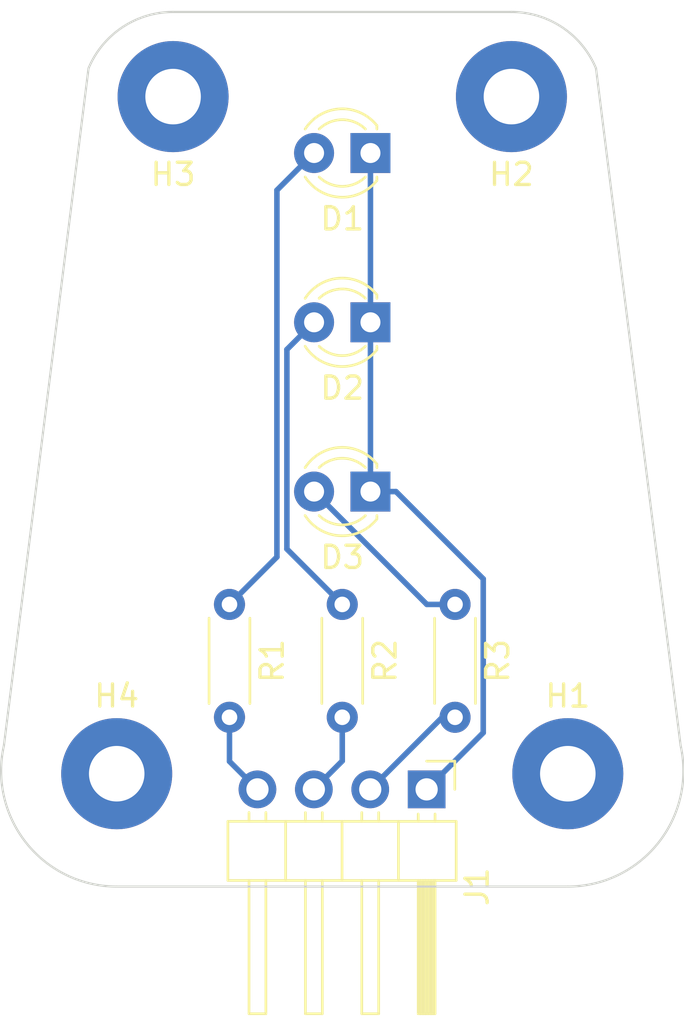
<source format=kicad_pcb>
(kicad_pcb (version 20211014) (generator pcbnew)
  (layers (0 "F.Cu" signal) (31 "B.Cu" signal) (34 "B.Paste" user) (35 "F.Paste" user) (36 "B.SilkS" user "B.Silkscreen") (37 "F.SilkS" user "F.Silkscreen") (38 "B.Mask" user) (39 "F.Mask" user) (44 "Edge.Cuts" user))
  (net 0 "")
  (net 1 "GND")
  (net 2 "Net-(D1-Pad2)")
  (net 3 "Net-(D2-Pad2)")
  (net 4 "Net-(D3-Pad2)")
  (net 5 "Net-(R3-Pad2)")
  (net 6 "Net-(R2-Pad2)")
  (net 7 "Net-(R1-Pad2)")
  (footprint "MountingHole:MountingHole_2.5mm_Pad" (layer "F.Cu") (at 137.16 119.38)
    (fp_text reference "H4" (at 0 -3.5) (layer "F.SilkS"))
    (fp_text value "MountingHole")
    (pad "1" thru_hole circle (at 0 0) (size 5 5) (drill 2.5) (layers *.Cu *.Mask))
  )
  (footprint "MountingHole:MountingHole_2.5mm_Pad" (layer "F.Cu") (at 154.94 88.9 180)
    (fp_text reference "H2" (at 0 -3.5) (layer "F.SilkS"))
    (fp_text value "MountingHole")
    (pad "1" thru_hole circle (at 0 0 180) (size 5 5) (drill 2.5) (layers *.Cu *.Mask))
  )
  (footprint "MountingHole:MountingHole_2.5mm_Pad" (layer "F.Cu") (at 157.48 119.38)
    (fp_text reference "H1" (at 0 -3.5) (layer "F.SilkS"))
    (fp_text value "MountingHole")
    (pad "1" thru_hole circle (at 0 0) (size 5 5) (drill 2.5) (layers *.Cu *.Mask))
  )
  (footprint "Connector_PinHeader_2.54mm:PinHeader_1x04_P2.54mm_Horizontal" (layer "F.Cu") (at 151.12 120.085 -90)
    (fp_text reference "J1" (at 4.385 -2.27 90) (layer "F.SilkS"))
    (fp_text value "Conn_01x04")
    (fp_line (start 4.1 -0.32) (end 10.1 -0.32) (layer "F.SilkS") (width 0.12))
    (fp_line (start 10.1 5.46) (end 4.1 5.46) (layer "F.SilkS") (width 0.12))
    (fp_line (start -1.27 -1.27) (end 0 -1.27) (layer "F.SilkS") (width 0.12))
    (fp_line (start 10.1 0.38) (end 4.1 0.38) (layer "F.SilkS") (width 0.12))
    (fp_line (start 4.1 4.7) (end 10.1 4.7) (layer "F.SilkS") (width 0.12))
    (fp_line (start 1.042929 5.46) (end 1.44 5.46) (layer "F.SilkS") (width 0.12))
    (fp_line (start 1.042929 2.16) (end 1.44 2.16) (layer "F.SilkS") (width 0.12))
    (fp_line (start 10.1 4.7) (end 10.1 5.46) (layer "F.SilkS") (width 0.12))
    (fp_line (start 4.1 -0.08) (end 10.1 -0.08) (layer "F.SilkS") (width 0.12))
    (fp_line (start 1.042929 8) (end 1.44 8) (layer "F.SilkS") (width 0.12))
    (fp_line (start 1.44 6.35) (end 4.1 6.35) (layer "F.SilkS") (width 0.12))
    (fp_line (start 10.1 -0.38) (end 10.1 0.38) (layer "F.SilkS") (width 0.12))
    (fp_line (start 4.1 -0.2) (end 10.1 -0.2) (layer "F.SilkS") (width 0.12))
    (fp_line (start 1.44 -1.33) (end 1.44 8.95) (layer "F.SilkS") (width 0.12))
    (fp_line (start 1.11 0.38) (end 1.44 0.38) (layer "F.SilkS") (width 0.12))
    (fp_line (start 1.042929 2.92) (end 1.44 2.92) (layer "F.SilkS") (width 0.12))
    (fp_line (start 1.11 -0.38) (end 1.44 -0.38) (layer "F.SilkS") (width 0.12))
    (fp_line (start 1.042929 4.7) (end 1.44 4.7) (layer "F.SilkS") (width 0.12))
    (fp_line (start 10.1 8) (end 4.1 8) (layer "F.SilkS") (width 0.12))
    (fp_line (start 4.1 7.24) (end 10.1 7.24) (layer "F.SilkS") (width 0.12))
    (fp_line (start 4.1 -1.33) (end 1.44 -1.33) (layer "F.SilkS") (width 0.12))
    (fp_line (start 4.1 0.28) (end 10.1 0.28) (layer "F.SilkS") (width 0.12))
    (fp_line (start 10.1 2.92) (end 4.1 2.92) (layer "F.SilkS") (width 0.12))
    (fp_line (start 4.1 0.04) (end 10.1 0.04) (layer "F.SilkS") (width 0.12))
    (fp_line (start 4.1 -0.38) (end 10.1 -0.38) (layer "F.SilkS") (width 0.12))
    (fp_line (start 4.1 0.16) (end 10.1 0.16) (layer "F.SilkS") (width 0.12))
    (fp_line (start 4.1 8.95) (end 4.1 -1.33) (layer "F.SilkS") (width 0.12))
    (fp_line (start 10.1 2.16) (end 10.1 2.92) (layer "F.SilkS") (width 0.12))
    (fp_line (start 4.1 2.16) (end 10.1 2.16) (layer "F.SilkS") (width 0.12))
    (fp_line (start 10.1 7.24) (end 10.1 8) (layer "F.SilkS") (width 0.12))
    (fp_line (start 1.44 1.27) (end 4.1 1.27) (layer "F.SilkS") (width 0.12))
    (fp_line (start 1.44 3.81) (end 4.1 3.81) (layer "F.SilkS") (width 0.12))
    (fp_line (start -1.27 0) (end -1.27 -1.27) (layer "F.SilkS") (width 0.12))
    (fp_line (start 1.44 8.95) (end 4.1 8.95) (layer "F.SilkS") (width 0.12))
    (fp_line (start 1.042929 7.24) (end 1.44 7.24) (layer "F.SilkS") (width 0.12))
    (pad "1" thru_hole rect (at 0 0 270) (size 1.7 1.7) (drill 1) (layers *.Cu *.Mask) (net 1 "GND"))
    (pad "2" thru_hole oval (at 0 2.54 270) (size 1.7 1.7) (drill 1) (layers *.Cu *.Mask) (net 5 "Net-(R3-Pad2)"))
    (pad "3" thru_hole oval (at 0 5.08 270) (size 1.7 1.7) (drill 1) (layers *.Cu *.Mask) (net 6 "Net-(R2-Pad2)"))
    (pad "4" thru_hole oval (at 0 7.62 270) (size 1.7 1.7) (drill 1) (layers *.Cu *.Mask) (net 7 "Net-(R1-Pad2)"))
  )
  (footprint "LED_THT:LED_D3.0mm" (layer "F.Cu") (at 148.59 106.68 180)
    (fp_text reference "D3" (at 1.27 -2.96) (layer "F.SilkS"))
    (fp_text value "LED")
    (fp_line (start -0.29 1.08) (end -0.29 1.236) (layer "F.SilkS") (width 0.12))
    (fp_line (start -0.29 -1.236) (end -0.29 -1.08) (layer "F.SilkS") (width 0.12))
    (fp_arc (start 2.31113 1.079837) (mid 1.270117 1.5) (end 0.229039 1.08) (layer "F.SilkS") (width 0.12))
    (fp_arc (start 0.229039 -1.08) (mid 1.270117 -1.5) (end 2.31113 -1.079837) (layer "F.SilkS") (width 0.12))
    (fp_arc (start -0.29 -1.235516) (mid 1.366487 -1.987659) (end 2.942335 -1.078608) (layer "F.SilkS") (width 0.12))
    (fp_arc (start 2.942335 1.078608) (mid 1.366487 1.987659) (end -0.29 1.235516) (layer "F.SilkS") (width 0.12))
    (pad "1" thru_hole rect (at 0 0 180) (size 1.8 1.8) (drill 0.9) (layers *.Cu *.Mask) (net 1 "GND"))
    (pad "2" thru_hole circle (at 2.54 0 180) (size 1.8 1.8) (drill 0.9) (layers *.Cu *.Mask) (net 4 "Net-(D3-Pad2)"))
  )
  (footprint "Resistor_THT:R_Axial_DIN0204_L3.6mm_D1.6mm_P5.08mm_Horizontal" (layer "F.Cu") (at 142.24 111.76 -90)
    (fp_text reference "R1" (at 2.54 -1.92 90) (layer "F.SilkS"))
    (fp_text value "220")
    (fp_line (start 0.62 -0.92) (end 4.46 -0.92) (layer "F.SilkS") (width 0.12))
    (fp_line (start 0.62 0.92) (end 4.46 0.92) (layer "F.SilkS") (width 0.12))
    (pad "1" thru_hole circle (at 0 0 270) (size 1.4 1.4) (drill 0.7) (layers *.Cu *.Mask) (net 2 "Net-(D1-Pad2)"))
    (pad "2" thru_hole oval (at 5.08 0 270) (size 1.4 1.4) (drill 0.7) (layers *.Cu *.Mask) (net 7 "Net-(R1-Pad2)"))
  )
  (footprint "Resistor_THT:R_Axial_DIN0204_L3.6mm_D1.6mm_P5.08mm_Horizontal" (layer "F.Cu") (at 147.32 111.76 -90)
    (fp_text reference "R2" (at 2.54 -1.92 90) (layer "F.SilkS"))
    (fp_text value "220")
    (fp_line (start 0.62 0.92) (end 4.46 0.92) (layer "F.SilkS") (width 0.12))
    (fp_line (start 0.62 -0.92) (end 4.46 -0.92) (layer "F.SilkS") (width 0.12))
    (pad "1" thru_hole circle (at 0 0 270) (size 1.4 1.4) (drill 0.7) (layers *.Cu *.Mask) (net 3 "Net-(D2-Pad2)"))
    (pad "2" thru_hole oval (at 5.08 0 270) (size 1.4 1.4) (drill 0.7) (layers *.Cu *.Mask) (net 6 "Net-(R2-Pad2)"))
  )
  (footprint "LED_THT:LED_D3.0mm" (layer "F.Cu") (at 148.59 99.06 180)
    (fp_text reference "D2" (at 1.27 -2.96) (layer "F.SilkS"))
    (fp_text value "LED")
    (fp_line (start -0.29 -1.236) (end -0.29 -1.08) (layer "F.SilkS") (width 0.12))
    (fp_line (start -0.29 1.08) (end -0.29 1.236) (layer "F.SilkS") (width 0.12))
    (fp_arc (start 2.31113 1.079837) (mid 1.270117 1.5) (end 0.229039 1.08) (layer "F.SilkS") (width 0.12))
    (fp_arc (start 0.229039 -1.08) (mid 1.270117 -1.5) (end 2.31113 -1.079837) (layer "F.SilkS") (width 0.12))
    (fp_arc (start -0.29 -1.235516) (mid 1.366487 -1.987659) (end 2.942335 -1.078608) (layer "F.SilkS") (width 0.12))
    (fp_arc (start 2.942335 1.078608) (mid 1.366487 1.987659) (end -0.29 1.235516) (layer "F.SilkS") (width 0.12))
    (pad "1" thru_hole rect (at 0 0 180) (size 1.8 1.8) (drill 0.9) (layers *.Cu *.Mask) (net 1 "GND"))
    (pad "2" thru_hole circle (at 2.54 0 180) (size 1.8 1.8) (drill 0.9) (layers *.Cu *.Mask) (net 3 "Net-(D2-Pad2)"))
  )
  (footprint "Resistor_THT:R_Axial_DIN0204_L3.6mm_D1.6mm_P5.08mm_Horizontal" (layer "F.Cu") (at 152.4 111.76 -90)
    (fp_text reference "R3" (at 2.54 -1.92 90) (layer "F.SilkS"))
    (fp_text value "220")
    (fp_line (start 0.62 -0.92) (end 4.46 -0.92) (layer "F.SilkS") (width 0.12))
    (fp_line (start 0.62 0.92) (end 4.46 0.92) (layer "F.SilkS") (width 0.12))
    (pad "1" thru_hole circle (at 0 0 270) (size 1.4 1.4) (drill 0.7) (layers *.Cu *.Mask) (net 4 "Net-(D3-Pad2)"))
    (pad "2" thru_hole oval (at 5.08 0 270) (size 1.4 1.4) (drill 0.7) (layers *.Cu *.Mask) (net 5 "Net-(R3-Pad2)"))
  )
  (footprint "LED_THT:LED_D3.0mm" (layer "F.Cu") (at 148.59 91.44 180)
    (fp_text reference "D1" (at 1.27 -2.96) (layer "F.SilkS"))
    (fp_text value "LED")
    (fp_line (start -0.29 -1.236) (end -0.29 -1.08) (layer "F.SilkS") (width 0.12))
    (fp_line (start -0.29 1.08) (end -0.29 1.236) (layer "F.SilkS") (width 0.12))
    (fp_arc (start 2.31113 1.079837) (mid 1.270117 1.5) (end 0.229039 1.08) (layer "F.SilkS") (width 0.12))
    (fp_arc (start 0.229039 -1.08) (mid 1.270117 -1.5) (end 2.31113 -1.079837) (layer "F.SilkS") (width 0.12))
    (fp_arc (start -0.29 -1.235516) (mid 1.366487 -1.987659) (end 2.942335 -1.078608) (layer "F.SilkS") (width 0.12))
    (fp_arc (start 2.942335 1.078608) (mid 1.366487 1.987659) (end -0.29 1.235516) (layer "F.SilkS") (width 0.12))
    (pad "1" thru_hole rect (at 0 0 180) (size 1.8 1.8) (drill 0.9) (layers *.Cu *.Mask) (net 1 "GND"))
    (pad "2" thru_hole circle (at 2.54 0 180) (size 1.8 1.8) (drill 0.9) (layers *.Cu *.Mask) (net 2 "Net-(D1-Pad2)"))
  )
  (footprint "MountingHole:MountingHole_2.5mm_Pad" (layer "F.Cu") (at 139.7 88.9 180)
    (fp_text reference "H3" (at 0 -3.5) (layer "F.SilkS"))
    (fp_text value "MountingHole")
    (pad "1" thru_hole circle (at 0 0 180) (size 5 5) (drill 2.5) (layers *.Cu *.Mask))
  )
  (gr_arc (start 137.16 124.46) (mid 133.094016 122.505787) (end 132.08 118.11) (layer "Edge.Cuts") (width 0.1))
  (gr_line (start 157.48 124.46) (end 137.16 124.46) (layer "Edge.Cuts") (width 0.1))
  (gr_line (start 132.08 118.11) (end 135.89 87.63) (layer "Edge.Cuts") (width 0.1))
  (gr_line (start 154.94 85.09) (end 139.7 85.09) (layer "Edge.Cuts") (width 0.1))
  (gr_arc (start 162.56 118.11) (mid 161.545984 122.505787) (end 157.48 124.46) (layer "Edge.Cuts") (width 0.1))
  (gr_line (start 158.75 87.63) (end 162.56 118.11) (layer "Edge.Cuts") (width 0.1))
  (gr_arc (start 154.94 85.09) (mid 157.229525 85.783212) (end 158.75 87.63) (layer "Edge.Cuts") (width 0.1))
  (gr_arc (start 135.89 87.63) (mid 137.410475 85.783212) (end 139.7 85.09) (layer "Edge.Cuts") (width 0.1))
  (segment (start 148.59 91.44) (end 148.59 99.06) (width 0.25) (layer "B.Cu") (net 1))
  (segment (start 149.74 106.68) (end 153.67 110.61) (width 0.25) (layer "B.Cu") (net 1))
  (segment (start 148.59 99.06) (end 148.59 106.68) (width 0.25) (layer "B.Cu") (net 1))
  (segment (start 148.59 106.68) (end 149.74 106.68) (width 0.25) (layer "B.Cu") (net 1))
  (segment (start 153.67 110.61) (end 153.67 117.535) (width 0.25) (layer "B.Cu") (net 1))
  (segment (start 153.67 117.535) (end 151.12 120.085) (width 0.25) (layer "B.Cu") (net 1))
  (segment (start 144.375969 109.624031) (end 144.375969 93.114031) (width 0.25) (layer "B.Cu") (net 2))
  (segment (start 142.24 111.76) (end 144.375969 109.624031) (width 0.25) (layer "B.Cu") (net 2))
  (segment (start 144.375969 93.114031) (end 146.05 91.44) (width 0.25) (layer "B.Cu") (net 2))
  (segment (start 144.825489 100.284511) (end 146.05 99.06) (width 0.25) (layer "B.Cu") (net 3))
  (segment (start 147.32 111.76) (end 144.825489 109.265489) (width 0.25) (layer "B.Cu") (net 3))
  (segment (start 144.825489 109.265489) (end 144.825489 100.284511) (width 0.25) (layer "B.Cu") (net 3))
  (segment (start 151.13 111.76) (end 146.05 106.68) (width 0.25) (layer "B.Cu") (net 4))
  (segment (start 152.4 111.76) (end 151.13 111.76) (width 0.25) (layer "B.Cu") (net 4))
  (segment (start 151.825 116.84) (end 152.4 116.84) (width 0.25) (layer "B.Cu") (net 5))
  (segment (start 148.58 120.085) (end 151.825 116.84) (width 0.25) (layer "B.Cu") (net 5))
  (segment (start 146.04 120.085) (end 147.32 118.805) (width 0.25) (layer "B.Cu") (net 6))
  (segment (start 147.32 118.805) (end 147.32 116.84) (width 0.25) (layer "B.Cu") (net 6))
  (segment (start 142.24 118.825) (end 142.24 116.84) (width 0.25) (layer "B.Cu") (net 7))
  (segment (start 143.5 120.085) (end 142.24 118.825) (width 0.25) (layer "B.Cu") (net 7))
)
</source>
